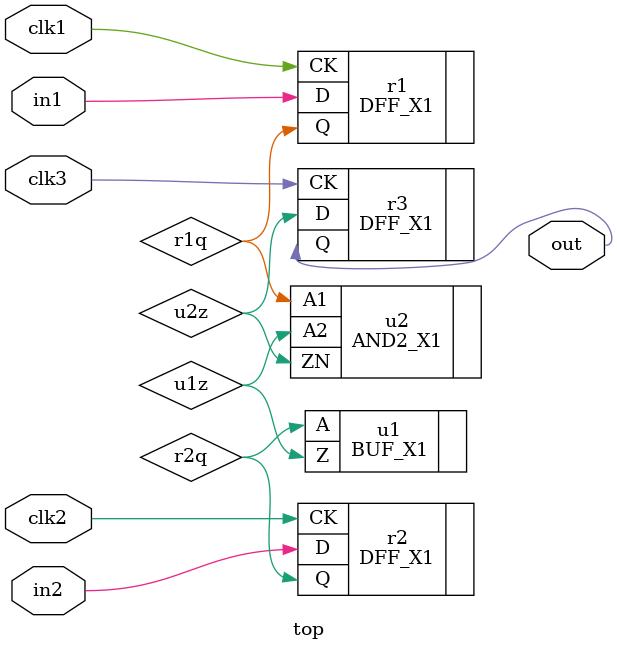
<source format=v>

module top (in1, in2, clk1, clk2, clk3, out);
  input in1, in2, clk1, clk2, clk3;
  output out;
  wire r1q, r2q, u1z, u2z;

  DFF_X1 r1 (.D(in1), .CK(clk1), .Q(r1q));
  DFF_X1 r2 (.D(in2), .CK(clk2), .Q(r2q));
  BUF_X1 u1 (.A(r2q), .Z(u1z));
  AND2_X1 u2 (.A1(r1q), .A2(u1z), .ZN(u2z));
  DFF_X1 r3 (.D(u2z), .CK(clk3), .Q(out));
endmodule // top

</source>
